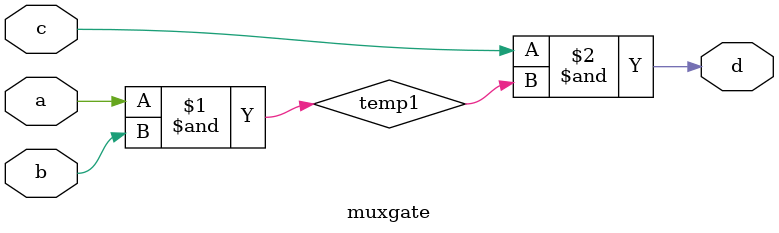
<source format=v>
module muxgate(input a,input c,input b,output d);

	and and1(temp1,a,b);
	and and2(d,c,temp1);

endmodule
</source>
